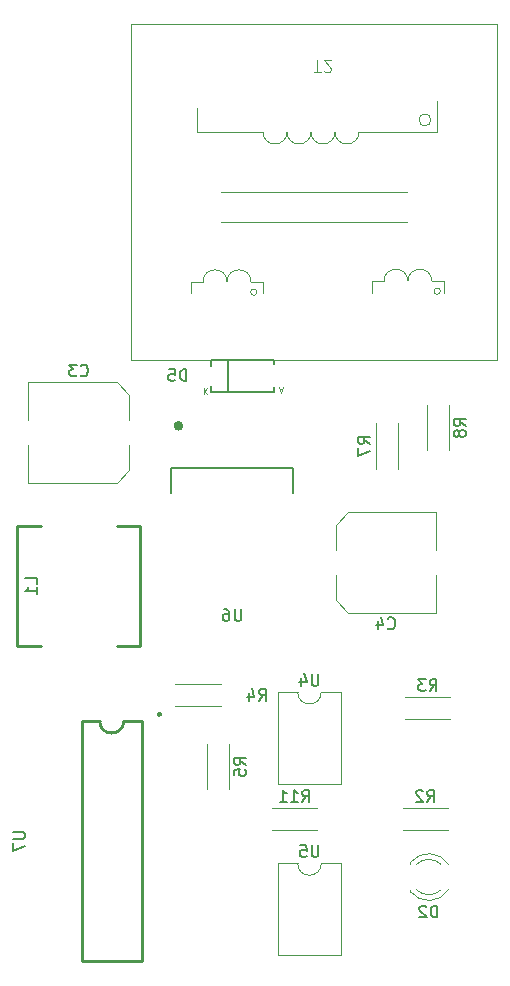
<source format=gbr>
%TF.GenerationSoftware,KiCad,Pcbnew,8.0.3*%
%TF.CreationDate,2024-08-31T20:41:35-05:00*%
%TF.ProjectId,solder_oven_PCB,736f6c64-6572-45f6-9f76-656e5f504342,rev?*%
%TF.SameCoordinates,Original*%
%TF.FileFunction,Legend,Bot*%
%TF.FilePolarity,Positive*%
%FSLAX46Y46*%
G04 Gerber Fmt 4.6, Leading zero omitted, Abs format (unit mm)*
G04 Created by KiCad (PCBNEW 8.0.3) date 2024-08-31 20:41:35*
%MOMM*%
%LPD*%
G01*
G04 APERTURE LIST*
%ADD10C,0.150000*%
%ADD11C,0.100000*%
%ADD12C,0.250000*%
%ADD13C,0.120000*%
%ADD14C,0.400000*%
G04 APERTURE END LIST*
D10*
X85434819Y-116738095D02*
X86244342Y-116738095D01*
X86244342Y-116738095D02*
X86339580Y-116785714D01*
X86339580Y-116785714D02*
X86387200Y-116833333D01*
X86387200Y-116833333D02*
X86434819Y-116928571D01*
X86434819Y-116928571D02*
X86434819Y-117119047D01*
X86434819Y-117119047D02*
X86387200Y-117214285D01*
X86387200Y-117214285D02*
X86339580Y-117261904D01*
X86339580Y-117261904D02*
X86244342Y-117309523D01*
X86244342Y-117309523D02*
X85434819Y-117309523D01*
X85434819Y-117690476D02*
X85434819Y-118357142D01*
X85434819Y-118357142D02*
X86434819Y-117928571D01*
X111291904Y-117849819D02*
X111291904Y-118659342D01*
X111291904Y-118659342D02*
X111244285Y-118754580D01*
X111244285Y-118754580D02*
X111196666Y-118802200D01*
X111196666Y-118802200D02*
X111101428Y-118849819D01*
X111101428Y-118849819D02*
X110910952Y-118849819D01*
X110910952Y-118849819D02*
X110815714Y-118802200D01*
X110815714Y-118802200D02*
X110768095Y-118754580D01*
X110768095Y-118754580D02*
X110720476Y-118659342D01*
X110720476Y-118659342D02*
X110720476Y-117849819D01*
X109768095Y-117849819D02*
X110244285Y-117849819D01*
X110244285Y-117849819D02*
X110291904Y-118326009D01*
X110291904Y-118326009D02*
X110244285Y-118278390D01*
X110244285Y-118278390D02*
X110149047Y-118230771D01*
X110149047Y-118230771D02*
X109910952Y-118230771D01*
X109910952Y-118230771D02*
X109815714Y-118278390D01*
X109815714Y-118278390D02*
X109768095Y-118326009D01*
X109768095Y-118326009D02*
X109720476Y-118421247D01*
X109720476Y-118421247D02*
X109720476Y-118659342D01*
X109720476Y-118659342D02*
X109768095Y-118754580D01*
X109768095Y-118754580D02*
X109815714Y-118802200D01*
X109815714Y-118802200D02*
X109910952Y-118849819D01*
X109910952Y-118849819D02*
X110149047Y-118849819D01*
X110149047Y-118849819D02*
X110244285Y-118802200D01*
X110244285Y-118802200D02*
X110291904Y-118754580D01*
X109922857Y-114184819D02*
X110256190Y-113708628D01*
X110494285Y-114184819D02*
X110494285Y-113184819D01*
X110494285Y-113184819D02*
X110113333Y-113184819D01*
X110113333Y-113184819D02*
X110018095Y-113232438D01*
X110018095Y-113232438D02*
X109970476Y-113280057D01*
X109970476Y-113280057D02*
X109922857Y-113375295D01*
X109922857Y-113375295D02*
X109922857Y-113518152D01*
X109922857Y-113518152D02*
X109970476Y-113613390D01*
X109970476Y-113613390D02*
X110018095Y-113661009D01*
X110018095Y-113661009D02*
X110113333Y-113708628D01*
X110113333Y-113708628D02*
X110494285Y-113708628D01*
X108970476Y-114184819D02*
X109541904Y-114184819D01*
X109256190Y-114184819D02*
X109256190Y-113184819D01*
X109256190Y-113184819D02*
X109351428Y-113327676D01*
X109351428Y-113327676D02*
X109446666Y-113422914D01*
X109446666Y-113422914D02*
X109541904Y-113470533D01*
X108018095Y-114184819D02*
X108589523Y-114184819D01*
X108303809Y-114184819D02*
X108303809Y-113184819D01*
X108303809Y-113184819D02*
X108399047Y-113327676D01*
X108399047Y-113327676D02*
X108494285Y-113422914D01*
X108494285Y-113422914D02*
X108589523Y-113470533D01*
D11*
X110916095Y-52414580D02*
X111487523Y-52414580D01*
X111201809Y-51414580D02*
X111201809Y-52414580D01*
X111773238Y-52319342D02*
X111820857Y-52366961D01*
X111820857Y-52366961D02*
X111916095Y-52414580D01*
X111916095Y-52414580D02*
X112154190Y-52414580D01*
X112154190Y-52414580D02*
X112249428Y-52366961D01*
X112249428Y-52366961D02*
X112297047Y-52319342D01*
X112297047Y-52319342D02*
X112344666Y-52224104D01*
X112344666Y-52224104D02*
X112344666Y-52128866D01*
X112344666Y-52128866D02*
X112297047Y-51986009D01*
X112297047Y-51986009D02*
X111725619Y-51414580D01*
X111725619Y-51414580D02*
X112344666Y-51414580D01*
D10*
X120506666Y-114184819D02*
X120839999Y-113708628D01*
X121078094Y-114184819D02*
X121078094Y-113184819D01*
X121078094Y-113184819D02*
X120697142Y-113184819D01*
X120697142Y-113184819D02*
X120601904Y-113232438D01*
X120601904Y-113232438D02*
X120554285Y-113280057D01*
X120554285Y-113280057D02*
X120506666Y-113375295D01*
X120506666Y-113375295D02*
X120506666Y-113518152D01*
X120506666Y-113518152D02*
X120554285Y-113613390D01*
X120554285Y-113613390D02*
X120601904Y-113661009D01*
X120601904Y-113661009D02*
X120697142Y-113708628D01*
X120697142Y-113708628D02*
X121078094Y-113708628D01*
X120125713Y-113280057D02*
X120078094Y-113232438D01*
X120078094Y-113232438D02*
X119982856Y-113184819D01*
X119982856Y-113184819D02*
X119744761Y-113184819D01*
X119744761Y-113184819D02*
X119649523Y-113232438D01*
X119649523Y-113232438D02*
X119601904Y-113280057D01*
X119601904Y-113280057D02*
X119554285Y-113375295D01*
X119554285Y-113375295D02*
X119554285Y-113470533D01*
X119554285Y-113470533D02*
X119601904Y-113613390D01*
X119601904Y-113613390D02*
X120173332Y-114184819D01*
X120173332Y-114184819D02*
X119554285Y-114184819D01*
X111291904Y-103349819D02*
X111291904Y-104159342D01*
X111291904Y-104159342D02*
X111244285Y-104254580D01*
X111244285Y-104254580D02*
X111196666Y-104302200D01*
X111196666Y-104302200D02*
X111101428Y-104349819D01*
X111101428Y-104349819D02*
X110910952Y-104349819D01*
X110910952Y-104349819D02*
X110815714Y-104302200D01*
X110815714Y-104302200D02*
X110768095Y-104254580D01*
X110768095Y-104254580D02*
X110720476Y-104159342D01*
X110720476Y-104159342D02*
X110720476Y-103349819D01*
X109815714Y-103683152D02*
X109815714Y-104349819D01*
X110053809Y-103302200D02*
X110291904Y-104016485D01*
X110291904Y-104016485D02*
X109672857Y-104016485D01*
X123761419Y-82332533D02*
X123285228Y-81999200D01*
X123761419Y-81761105D02*
X122761419Y-81761105D01*
X122761419Y-81761105D02*
X122761419Y-82142057D01*
X122761419Y-82142057D02*
X122809038Y-82237295D01*
X122809038Y-82237295D02*
X122856657Y-82284914D01*
X122856657Y-82284914D02*
X122951895Y-82332533D01*
X122951895Y-82332533D02*
X123094752Y-82332533D01*
X123094752Y-82332533D02*
X123189990Y-82284914D01*
X123189990Y-82284914D02*
X123237609Y-82237295D01*
X123237609Y-82237295D02*
X123285228Y-82142057D01*
X123285228Y-82142057D02*
X123285228Y-81761105D01*
X123189990Y-82903962D02*
X123142371Y-82808724D01*
X123142371Y-82808724D02*
X123094752Y-82761105D01*
X123094752Y-82761105D02*
X122999514Y-82713486D01*
X122999514Y-82713486D02*
X122951895Y-82713486D01*
X122951895Y-82713486D02*
X122856657Y-82761105D01*
X122856657Y-82761105D02*
X122809038Y-82808724D01*
X122809038Y-82808724D02*
X122761419Y-82903962D01*
X122761419Y-82903962D02*
X122761419Y-83094438D01*
X122761419Y-83094438D02*
X122809038Y-83189676D01*
X122809038Y-83189676D02*
X122856657Y-83237295D01*
X122856657Y-83237295D02*
X122951895Y-83284914D01*
X122951895Y-83284914D02*
X122999514Y-83284914D01*
X122999514Y-83284914D02*
X123094752Y-83237295D01*
X123094752Y-83237295D02*
X123142371Y-83189676D01*
X123142371Y-83189676D02*
X123189990Y-83094438D01*
X123189990Y-83094438D02*
X123189990Y-82903962D01*
X123189990Y-82903962D02*
X123237609Y-82808724D01*
X123237609Y-82808724D02*
X123285228Y-82761105D01*
X123285228Y-82761105D02*
X123380466Y-82713486D01*
X123380466Y-82713486D02*
X123570942Y-82713486D01*
X123570942Y-82713486D02*
X123666180Y-82761105D01*
X123666180Y-82761105D02*
X123713800Y-82808724D01*
X123713800Y-82808724D02*
X123761419Y-82903962D01*
X123761419Y-82903962D02*
X123761419Y-83094438D01*
X123761419Y-83094438D02*
X123713800Y-83189676D01*
X123713800Y-83189676D02*
X123666180Y-83237295D01*
X123666180Y-83237295D02*
X123570942Y-83284914D01*
X123570942Y-83284914D02*
X123380466Y-83284914D01*
X123380466Y-83284914D02*
X123285228Y-83237295D01*
X123285228Y-83237295D02*
X123237609Y-83189676D01*
X123237609Y-83189676D02*
X123189990Y-83094438D01*
X105164819Y-111043333D02*
X104688628Y-110710000D01*
X105164819Y-110471905D02*
X104164819Y-110471905D01*
X104164819Y-110471905D02*
X104164819Y-110852857D01*
X104164819Y-110852857D02*
X104212438Y-110948095D01*
X104212438Y-110948095D02*
X104260057Y-110995714D01*
X104260057Y-110995714D02*
X104355295Y-111043333D01*
X104355295Y-111043333D02*
X104498152Y-111043333D01*
X104498152Y-111043333D02*
X104593390Y-110995714D01*
X104593390Y-110995714D02*
X104641009Y-110948095D01*
X104641009Y-110948095D02*
X104688628Y-110852857D01*
X104688628Y-110852857D02*
X104688628Y-110471905D01*
X104164819Y-111948095D02*
X104164819Y-111471905D01*
X104164819Y-111471905D02*
X104641009Y-111424286D01*
X104641009Y-111424286D02*
X104593390Y-111471905D01*
X104593390Y-111471905D02*
X104545771Y-111567143D01*
X104545771Y-111567143D02*
X104545771Y-111805238D01*
X104545771Y-111805238D02*
X104593390Y-111900476D01*
X104593390Y-111900476D02*
X104641009Y-111948095D01*
X104641009Y-111948095D02*
X104736247Y-111995714D01*
X104736247Y-111995714D02*
X104974342Y-111995714D01*
X104974342Y-111995714D02*
X105069580Y-111948095D01*
X105069580Y-111948095D02*
X105117200Y-111900476D01*
X105117200Y-111900476D02*
X105164819Y-111805238D01*
X105164819Y-111805238D02*
X105164819Y-111567143D01*
X105164819Y-111567143D02*
X105117200Y-111471905D01*
X105117200Y-111471905D02*
X105069580Y-111424286D01*
X91166666Y-78069580D02*
X91214285Y-78117200D01*
X91214285Y-78117200D02*
X91357142Y-78164819D01*
X91357142Y-78164819D02*
X91452380Y-78164819D01*
X91452380Y-78164819D02*
X91595237Y-78117200D01*
X91595237Y-78117200D02*
X91690475Y-78021961D01*
X91690475Y-78021961D02*
X91738094Y-77926723D01*
X91738094Y-77926723D02*
X91785713Y-77736247D01*
X91785713Y-77736247D02*
X91785713Y-77593390D01*
X91785713Y-77593390D02*
X91738094Y-77402914D01*
X91738094Y-77402914D02*
X91690475Y-77307676D01*
X91690475Y-77307676D02*
X91595237Y-77212438D01*
X91595237Y-77212438D02*
X91452380Y-77164819D01*
X91452380Y-77164819D02*
X91357142Y-77164819D01*
X91357142Y-77164819D02*
X91214285Y-77212438D01*
X91214285Y-77212438D02*
X91166666Y-77260057D01*
X90833332Y-77164819D02*
X90214285Y-77164819D01*
X90214285Y-77164819D02*
X90547618Y-77545771D01*
X90547618Y-77545771D02*
X90404761Y-77545771D01*
X90404761Y-77545771D02*
X90309523Y-77593390D01*
X90309523Y-77593390D02*
X90261904Y-77641009D01*
X90261904Y-77641009D02*
X90214285Y-77736247D01*
X90214285Y-77736247D02*
X90214285Y-77974342D01*
X90214285Y-77974342D02*
X90261904Y-78069580D01*
X90261904Y-78069580D02*
X90309523Y-78117200D01*
X90309523Y-78117200D02*
X90404761Y-78164819D01*
X90404761Y-78164819D02*
X90690475Y-78164819D01*
X90690475Y-78164819D02*
X90785713Y-78117200D01*
X90785713Y-78117200D02*
X90833332Y-78069580D01*
X117166666Y-99469580D02*
X117214285Y-99517200D01*
X117214285Y-99517200D02*
X117357142Y-99564819D01*
X117357142Y-99564819D02*
X117452380Y-99564819D01*
X117452380Y-99564819D02*
X117595237Y-99517200D01*
X117595237Y-99517200D02*
X117690475Y-99421961D01*
X117690475Y-99421961D02*
X117738094Y-99326723D01*
X117738094Y-99326723D02*
X117785713Y-99136247D01*
X117785713Y-99136247D02*
X117785713Y-98993390D01*
X117785713Y-98993390D02*
X117738094Y-98802914D01*
X117738094Y-98802914D02*
X117690475Y-98707676D01*
X117690475Y-98707676D02*
X117595237Y-98612438D01*
X117595237Y-98612438D02*
X117452380Y-98564819D01*
X117452380Y-98564819D02*
X117357142Y-98564819D01*
X117357142Y-98564819D02*
X117214285Y-98612438D01*
X117214285Y-98612438D02*
X117166666Y-98660057D01*
X116309523Y-98898152D02*
X116309523Y-99564819D01*
X116547618Y-98517200D02*
X116785713Y-99231485D01*
X116785713Y-99231485D02*
X116166666Y-99231485D01*
X121373094Y-123964819D02*
X121373094Y-122964819D01*
X121373094Y-122964819D02*
X121134999Y-122964819D01*
X121134999Y-122964819D02*
X120992142Y-123012438D01*
X120992142Y-123012438D02*
X120896904Y-123107676D01*
X120896904Y-123107676D02*
X120849285Y-123202914D01*
X120849285Y-123202914D02*
X120801666Y-123393390D01*
X120801666Y-123393390D02*
X120801666Y-123536247D01*
X120801666Y-123536247D02*
X120849285Y-123726723D01*
X120849285Y-123726723D02*
X120896904Y-123821961D01*
X120896904Y-123821961D02*
X120992142Y-123917200D01*
X120992142Y-123917200D02*
X121134999Y-123964819D01*
X121134999Y-123964819D02*
X121373094Y-123964819D01*
X120420713Y-123060057D02*
X120373094Y-123012438D01*
X120373094Y-123012438D02*
X120277856Y-122964819D01*
X120277856Y-122964819D02*
X120039761Y-122964819D01*
X120039761Y-122964819D02*
X119944523Y-123012438D01*
X119944523Y-123012438D02*
X119896904Y-123060057D01*
X119896904Y-123060057D02*
X119849285Y-123155295D01*
X119849285Y-123155295D02*
X119849285Y-123250533D01*
X119849285Y-123250533D02*
X119896904Y-123393390D01*
X119896904Y-123393390D02*
X120468332Y-123964819D01*
X120468332Y-123964819D02*
X119849285Y-123964819D01*
X100113094Y-78554819D02*
X100113094Y-77554819D01*
X100113094Y-77554819D02*
X99874999Y-77554819D01*
X99874999Y-77554819D02*
X99732142Y-77602438D01*
X99732142Y-77602438D02*
X99636904Y-77697676D01*
X99636904Y-77697676D02*
X99589285Y-77792914D01*
X99589285Y-77792914D02*
X99541666Y-77983390D01*
X99541666Y-77983390D02*
X99541666Y-78126247D01*
X99541666Y-78126247D02*
X99589285Y-78316723D01*
X99589285Y-78316723D02*
X99636904Y-78411961D01*
X99636904Y-78411961D02*
X99732142Y-78507200D01*
X99732142Y-78507200D02*
X99874999Y-78554819D01*
X99874999Y-78554819D02*
X100113094Y-78554819D01*
X98636904Y-77554819D02*
X99113094Y-77554819D01*
X99113094Y-77554819D02*
X99160713Y-78031009D01*
X99160713Y-78031009D02*
X99113094Y-77983390D01*
X99113094Y-77983390D02*
X99017856Y-77935771D01*
X99017856Y-77935771D02*
X98779761Y-77935771D01*
X98779761Y-77935771D02*
X98684523Y-77983390D01*
X98684523Y-77983390D02*
X98636904Y-78031009D01*
X98636904Y-78031009D02*
X98589285Y-78126247D01*
X98589285Y-78126247D02*
X98589285Y-78364342D01*
X98589285Y-78364342D02*
X98636904Y-78459580D01*
X98636904Y-78459580D02*
X98684523Y-78507200D01*
X98684523Y-78507200D02*
X98779761Y-78554819D01*
X98779761Y-78554819D02*
X99017856Y-78554819D01*
X99017856Y-78554819D02*
X99113094Y-78507200D01*
X99113094Y-78507200D02*
X99160713Y-78459580D01*
D11*
X107996027Y-79239247D02*
X108234122Y-79239247D01*
X107948408Y-79096390D02*
X108115074Y-79596390D01*
X108115074Y-79596390D02*
X108281741Y-79096390D01*
X101569836Y-79166390D02*
X101569836Y-79666390D01*
X101855550Y-79166390D02*
X101641265Y-79452104D01*
X101855550Y-79666390D02*
X101569836Y-79380676D01*
D10*
X87454819Y-95743333D02*
X87454819Y-95267143D01*
X87454819Y-95267143D02*
X86454819Y-95267143D01*
X87454819Y-96600476D02*
X87454819Y-96029048D01*
X87454819Y-96314762D02*
X86454819Y-96314762D01*
X86454819Y-96314762D02*
X86597676Y-96219524D01*
X86597676Y-96219524D02*
X86692914Y-96124286D01*
X86692914Y-96124286D02*
X86740533Y-96029048D01*
X104761904Y-97864819D02*
X104761904Y-98674342D01*
X104761904Y-98674342D02*
X104714285Y-98769580D01*
X104714285Y-98769580D02*
X104666666Y-98817200D01*
X104666666Y-98817200D02*
X104571428Y-98864819D01*
X104571428Y-98864819D02*
X104380952Y-98864819D01*
X104380952Y-98864819D02*
X104285714Y-98817200D01*
X104285714Y-98817200D02*
X104238095Y-98769580D01*
X104238095Y-98769580D02*
X104190476Y-98674342D01*
X104190476Y-98674342D02*
X104190476Y-97864819D01*
X103285714Y-97864819D02*
X103476190Y-97864819D01*
X103476190Y-97864819D02*
X103571428Y-97912438D01*
X103571428Y-97912438D02*
X103619047Y-97960057D01*
X103619047Y-97960057D02*
X103714285Y-98102914D01*
X103714285Y-98102914D02*
X103761904Y-98293390D01*
X103761904Y-98293390D02*
X103761904Y-98674342D01*
X103761904Y-98674342D02*
X103714285Y-98769580D01*
X103714285Y-98769580D02*
X103666666Y-98817200D01*
X103666666Y-98817200D02*
X103571428Y-98864819D01*
X103571428Y-98864819D02*
X103380952Y-98864819D01*
X103380952Y-98864819D02*
X103285714Y-98817200D01*
X103285714Y-98817200D02*
X103238095Y-98769580D01*
X103238095Y-98769580D02*
X103190476Y-98674342D01*
X103190476Y-98674342D02*
X103190476Y-98436247D01*
X103190476Y-98436247D02*
X103238095Y-98341009D01*
X103238095Y-98341009D02*
X103285714Y-98293390D01*
X103285714Y-98293390D02*
X103380952Y-98245771D01*
X103380952Y-98245771D02*
X103571428Y-98245771D01*
X103571428Y-98245771D02*
X103666666Y-98293390D01*
X103666666Y-98293390D02*
X103714285Y-98341009D01*
X103714285Y-98341009D02*
X103761904Y-98436247D01*
X120706666Y-104784819D02*
X121039999Y-104308628D01*
X121278094Y-104784819D02*
X121278094Y-103784819D01*
X121278094Y-103784819D02*
X120897142Y-103784819D01*
X120897142Y-103784819D02*
X120801904Y-103832438D01*
X120801904Y-103832438D02*
X120754285Y-103880057D01*
X120754285Y-103880057D02*
X120706666Y-103975295D01*
X120706666Y-103975295D02*
X120706666Y-104118152D01*
X120706666Y-104118152D02*
X120754285Y-104213390D01*
X120754285Y-104213390D02*
X120801904Y-104261009D01*
X120801904Y-104261009D02*
X120897142Y-104308628D01*
X120897142Y-104308628D02*
X121278094Y-104308628D01*
X120373332Y-103784819D02*
X119754285Y-103784819D01*
X119754285Y-103784819D02*
X120087618Y-104165771D01*
X120087618Y-104165771D02*
X119944761Y-104165771D01*
X119944761Y-104165771D02*
X119849523Y-104213390D01*
X119849523Y-104213390D02*
X119801904Y-104261009D01*
X119801904Y-104261009D02*
X119754285Y-104356247D01*
X119754285Y-104356247D02*
X119754285Y-104594342D01*
X119754285Y-104594342D02*
X119801904Y-104689580D01*
X119801904Y-104689580D02*
X119849523Y-104737200D01*
X119849523Y-104737200D02*
X119944761Y-104784819D01*
X119944761Y-104784819D02*
X120230475Y-104784819D01*
X120230475Y-104784819D02*
X120325713Y-104737200D01*
X120325713Y-104737200D02*
X120373332Y-104689580D01*
X106258666Y-105610819D02*
X106591999Y-105134628D01*
X106830094Y-105610819D02*
X106830094Y-104610819D01*
X106830094Y-104610819D02*
X106449142Y-104610819D01*
X106449142Y-104610819D02*
X106353904Y-104658438D01*
X106353904Y-104658438D02*
X106306285Y-104706057D01*
X106306285Y-104706057D02*
X106258666Y-104801295D01*
X106258666Y-104801295D02*
X106258666Y-104944152D01*
X106258666Y-104944152D02*
X106306285Y-105039390D01*
X106306285Y-105039390D02*
X106353904Y-105087009D01*
X106353904Y-105087009D02*
X106449142Y-105134628D01*
X106449142Y-105134628D02*
X106830094Y-105134628D01*
X105401523Y-104944152D02*
X105401523Y-105610819D01*
X105639618Y-104563200D02*
X105877713Y-105277485D01*
X105877713Y-105277485D02*
X105258666Y-105277485D01*
X115654219Y-83881933D02*
X115178028Y-83548600D01*
X115654219Y-83310505D02*
X114654219Y-83310505D01*
X114654219Y-83310505D02*
X114654219Y-83691457D01*
X114654219Y-83691457D02*
X114701838Y-83786695D01*
X114701838Y-83786695D02*
X114749457Y-83834314D01*
X114749457Y-83834314D02*
X114844695Y-83881933D01*
X114844695Y-83881933D02*
X114987552Y-83881933D01*
X114987552Y-83881933D02*
X115082790Y-83834314D01*
X115082790Y-83834314D02*
X115130409Y-83786695D01*
X115130409Y-83786695D02*
X115178028Y-83691457D01*
X115178028Y-83691457D02*
X115178028Y-83310505D01*
X114654219Y-84215267D02*
X114654219Y-84881933D01*
X114654219Y-84881933D02*
X115654219Y-84453362D01*
D12*
%TO.C,U7*%
X91250000Y-127660000D02*
X91250000Y-107340000D01*
X92770000Y-107340000D02*
X91250000Y-107340000D01*
X94810000Y-107340000D02*
X96330000Y-107340000D01*
X96330000Y-127660000D02*
X91250000Y-127660000D01*
X96330000Y-127660000D02*
X96330000Y-107340000D01*
X94810000Y-107340000D02*
G75*
G02*
X92770000Y-107340000I-1020000J0D01*
G01*
X97950000Y-106770000D02*
G75*
G02*
X97730000Y-106770000I-110000J0D01*
G01*
X97730000Y-106770000D02*
G75*
G02*
X97950000Y-106770000I110000J0D01*
G01*
D13*
%TO.C,U5*%
X107880000Y-119395000D02*
X107880000Y-127135000D01*
X107880000Y-127135000D02*
X113180000Y-127135000D01*
X109530000Y-119395000D02*
X107880000Y-119395000D01*
X113180000Y-119395000D02*
X111530000Y-119395000D01*
X113180000Y-127135000D02*
X113180000Y-119395000D01*
X111530000Y-119395000D02*
G75*
G02*
X109530000Y-119395000I-1000000J0D01*
G01*
%TO.C,R11*%
X107360000Y-114730000D02*
X111200000Y-114730000D01*
X107360000Y-116570000D02*
X111200000Y-116570000D01*
D11*
%TO.C,T2*%
X100502000Y-70160000D02*
X101518000Y-70160000D01*
X100502000Y-71120000D02*
X100502000Y-70160000D01*
X101010000Y-57460000D02*
X101010000Y-55428000D01*
X101010000Y-57460000D02*
X106598000Y-57460000D01*
X106598000Y-70160000D02*
X105582000Y-70160000D01*
X106598000Y-71120000D02*
X106598000Y-70160000D01*
X115819000Y-70109000D02*
X116835000Y-70109000D01*
X115819000Y-71120000D02*
X115819000Y-70109000D01*
X118790000Y-62540000D02*
X103042000Y-62540000D01*
X118790000Y-65080000D02*
X103042000Y-65080000D01*
X121330000Y-57460000D02*
X114726000Y-57460000D01*
X121330000Y-57460000D02*
X121330000Y-54864000D01*
X121915000Y-70109000D02*
X120899000Y-70109000D01*
X121915000Y-71120000D02*
X121915000Y-70109000D01*
X126410000Y-48316000D02*
X95422000Y-48316000D01*
X95422000Y-76764000D01*
X126410000Y-76764000D01*
X126410000Y-48316000D01*
X101518000Y-70160000D02*
G75*
G02*
X103550000Y-70160000I1016000J0D01*
G01*
X103550000Y-70160000D02*
G75*
G02*
X105582000Y-70160000I1016000J0D01*
G01*
X108630000Y-57460000D02*
G75*
G02*
X106598000Y-57460000I-1016000J0D01*
G01*
X110662000Y-57460000D02*
G75*
G02*
X108630000Y-57460000I-1016000J0D01*
G01*
X112694000Y-57460000D02*
G75*
G02*
X110662000Y-57460000I-1016000J0D01*
G01*
X114726000Y-57460000D02*
G75*
G02*
X112694000Y-57460000I-1016000J0D01*
G01*
X116835000Y-70109000D02*
G75*
G02*
X118867000Y-70109000I1016000J0D01*
G01*
X118867000Y-70109000D02*
G75*
G02*
X120899000Y-70109000I1016000J0D01*
G01*
X106082754Y-71034000D02*
G75*
G02*
X105551246Y-71034000I-265754J0D01*
G01*
X105551246Y-71034000D02*
G75*
G02*
X106082754Y-71034000I265754J0D01*
G01*
X120822000Y-56444000D02*
G75*
G02*
X119806000Y-56444000I-508000J0D01*
G01*
X119806000Y-56444000D02*
G75*
G02*
X120822000Y-56444000I508000J0D01*
G01*
X121614416Y-70941000D02*
G75*
G02*
X121073584Y-70941000I-270416J0D01*
G01*
X121073584Y-70941000D02*
G75*
G02*
X121614416Y-70941000I270416J0D01*
G01*
D13*
%TO.C,R2*%
X118420000Y-114730000D02*
X122260000Y-114730000D01*
X118420000Y-116570000D02*
X122260000Y-116570000D01*
%TO.C,U4*%
X107880000Y-104895000D02*
X107880000Y-112635000D01*
X107880000Y-112635000D02*
X113180000Y-112635000D01*
X109530000Y-104895000D02*
X107880000Y-104895000D01*
X113180000Y-104895000D02*
X111530000Y-104895000D01*
X113180000Y-112635000D02*
X113180000Y-104895000D01*
X111530000Y-104895000D02*
G75*
G02*
X109530000Y-104895000I-1000000J0D01*
G01*
%TO.C,R8*%
X120466600Y-80579200D02*
X120466600Y-84419200D01*
X122306600Y-80579200D02*
X122306600Y-84419200D01*
%TO.C,R5*%
X101870000Y-109290000D02*
X101870000Y-113130000D01*
X103710000Y-109290000D02*
X103710000Y-113130000D01*
%TO.C,C3*%
X86740000Y-78650000D02*
X94195563Y-78650000D01*
X86740000Y-81850000D02*
X86740000Y-78650000D01*
X86740000Y-83970000D02*
X86740000Y-87170000D01*
X86740000Y-87170000D02*
X94195563Y-87170000D01*
X94195563Y-78650000D02*
X95260000Y-79714437D01*
X94195563Y-87170000D02*
X95260000Y-86105563D01*
X95260000Y-81850000D02*
X95260000Y-79714437D01*
X95260000Y-83970000D02*
X95260000Y-86105563D01*
%TO.C,C4*%
X112740000Y-92850000D02*
X112740000Y-90714437D01*
X112740000Y-94970000D02*
X112740000Y-97105563D01*
X113804437Y-89650000D02*
X112740000Y-90714437D01*
X113804437Y-98170000D02*
X112740000Y-97105563D01*
X121260000Y-89650000D02*
X113804437Y-89650000D01*
X121260000Y-92850000D02*
X121260000Y-89650000D01*
X121260000Y-94970000D02*
X121260000Y-98170000D01*
X121260000Y-98170000D02*
X113804437Y-98170000D01*
%TO.C,D2*%
X119075000Y-119314000D02*
X119075000Y-119470000D01*
X119075000Y-121630000D02*
X119075000Y-121786000D01*
X119075000Y-119314484D02*
G75*
G02*
X122307335Y-119471392I1560000J-1235516D01*
G01*
X119594039Y-119470000D02*
G75*
G02*
X121676130Y-119470163I1040961J-1080000D01*
G01*
X121676130Y-121629837D02*
G75*
G02*
X119594039Y-121630000I-1041130J1079837D01*
G01*
X122307335Y-121628608D02*
G75*
G02*
X119075000Y-121785516I-1672335J1078608D01*
G01*
D10*
%TO.C,D5*%
X102225000Y-77260000D02*
X102225000Y-76740000D01*
X102225000Y-78960000D02*
X102225000Y-79460000D01*
X103605000Y-76740000D02*
X103605000Y-79460000D01*
X107525000Y-76740000D02*
X102225000Y-76740000D01*
X107525000Y-77130000D02*
X107525000Y-76740000D01*
X107525000Y-79070000D02*
X107525000Y-79460000D01*
X107525000Y-79460000D02*
X102225000Y-79460000D01*
D12*
%TO.C,L1*%
X85790000Y-90830000D02*
X87770000Y-90830000D01*
X85790000Y-100990000D02*
X85790000Y-90830000D01*
X87770000Y-100990000D02*
X85790000Y-100990000D01*
X94230000Y-90830000D02*
X96210000Y-90830000D01*
X96210000Y-90830000D02*
X96210000Y-100990000D01*
X96210000Y-100990000D02*
X94230000Y-100990000D01*
D10*
%TO.C,U6*%
X98840000Y-85910000D02*
X98840000Y-86380000D01*
X98840000Y-88070000D02*
X98840000Y-86260000D01*
X109160000Y-85910000D02*
X98840000Y-85910000D01*
X109160000Y-85910000D02*
X109160000Y-86380000D01*
X109160000Y-88070000D02*
X109160000Y-86280000D01*
D14*
X99630000Y-82350000D02*
G75*
G02*
X99230000Y-82350000I-200000J0D01*
G01*
X99230000Y-82350000D02*
G75*
G02*
X99630000Y-82350000I200000J0D01*
G01*
D13*
%TO.C,R3*%
X118620000Y-105330000D02*
X122460000Y-105330000D01*
X118620000Y-107170000D02*
X122460000Y-107170000D01*
%TO.C,R4*%
X99172000Y-104236000D02*
X103012000Y-104236000D01*
X99172000Y-106076000D02*
X103012000Y-106076000D01*
%TO.C,R7*%
X116199400Y-85968600D02*
X116199400Y-82128600D01*
X118039400Y-85968600D02*
X118039400Y-82128600D01*
%TD*%
M02*

</source>
